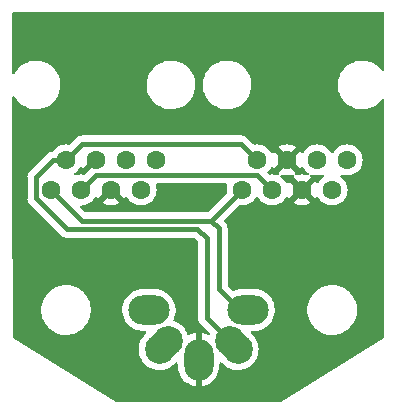
<source format=gbr>
%TF.GenerationSoftware,KiCad,Pcbnew,(6.0.11)*%
%TF.CreationDate,2024-01-24T22:10:28+00:00*%
%TF.ProjectId,Econet_RJ45_Mini,45636f6e-6574-45f5-924a-34355f4d696e,rev?*%
%TF.SameCoordinates,Original*%
%TF.FileFunction,Copper,L1,Top*%
%TF.FilePolarity,Positive*%
%FSLAX46Y46*%
G04 Gerber Fmt 4.6, Leading zero omitted, Abs format (unit mm)*
G04 Created by KiCad (PCBNEW (6.0.11)) date 2024-01-24 22:10:28*
%MOMM*%
%LPD*%
G01*
G04 APERTURE LIST*
G04 Aperture macros list*
%AMHorizOval*
0 Thick line with rounded ends*
0 $1 width*
0 $2 $3 position (X,Y) of the first rounded end (center of the circle)*
0 $4 $5 position (X,Y) of the second rounded end (center of the circle)*
0 Add line between two ends*
20,1,$1,$2,$3,$4,$5,0*
0 Add two circle primitives to create the rounded ends*
1,1,$1,$2,$3*
1,1,$1,$4,$5*%
G04 Aperture macros list end*
%TA.AperFunction,ComponentPad*%
%ADD10C,1.600000*%
%TD*%
%TA.AperFunction,ComponentPad*%
%ADD11O,3.500000X2.500000*%
%TD*%
%TA.AperFunction,ComponentPad*%
%ADD12O,2.500000X3.500000*%
%TD*%
%TA.AperFunction,ComponentPad*%
%ADD13HorizOval,2.500000X0.353553X-0.353553X-0.353553X0.353553X0*%
%TD*%
%TA.AperFunction,ComponentPad*%
%ADD14HorizOval,2.500000X-0.353553X-0.353553X0.353553X0.353553X0*%
%TD*%
%TA.AperFunction,ViaPad*%
%ADD15C,0.800000*%
%TD*%
%TA.AperFunction,Conductor*%
%ADD16C,0.400000*%
%TD*%
G04 APERTURE END LIST*
D10*
%TO.P,J2,1*%
%TO.N,/CLK-*%
X178529820Y-53655338D03*
%TO.P,J2,2*%
%TO.N,/CLK+*%
X177259823Y-56195331D03*
%TO.P,J2,3*%
%TO.N,/VSENSE*%
X175989819Y-53655338D03*
%TO.P,J2,4*%
%TO.N,/GND*%
X174719822Y-56195331D03*
%TO.P,J2,5*%
X173449818Y-53655338D03*
%TO.P,J2,6*%
%TO.N,/VTERM*%
X172179821Y-56195331D03*
%TO.P,J2,7*%
%TO.N,/DATA-*%
X170909817Y-53655338D03*
%TO.P,J2,8*%
%TO.N,/DATA+*%
X169639816Y-56195331D03*
%TD*%
%TO.P,J1,1*%
%TO.N,/CLK-*%
X162349820Y-53655338D03*
%TO.P,J1,2*%
%TO.N,/CLK+*%
X161079823Y-56195331D03*
%TO.P,J1,3*%
%TO.N,/VSENSE*%
X159809819Y-53655338D03*
%TO.P,J1,4*%
%TO.N,/GND*%
X158539822Y-56195331D03*
%TO.P,J1,5*%
X157269818Y-53655338D03*
%TO.P,J1,6*%
%TO.N,/VTERM*%
X155999821Y-56195331D03*
%TO.P,J1,7*%
%TO.N,/DATA-*%
X154729817Y-53655338D03*
%TO.P,J1,8*%
%TO.N,/DATA+*%
X153459816Y-56195331D03*
%TD*%
D11*
%TO.P,J3,1*%
%TO.N,/DATA+*%
X170150000Y-66360000D03*
D12*
%TO.P,J3,2*%
%TO.N,/GND*%
X165950000Y-70560000D03*
D11*
%TO.P,J3,3*%
%TO.N,/CLK-*%
X161750000Y-66360000D03*
D13*
%TO.P,J3,4*%
%TO.N,/DATA-*%
X168914975Y-69324975D03*
D14*
%TO.P,J3,5*%
%TO.N,/CLK+*%
X162985025Y-69324975D03*
%TD*%
D15*
%TO.N,/GND*%
X165940000Y-57600000D03*
X163610000Y-71870000D03*
X157250000Y-50970000D03*
X173470000Y-50860000D03*
X173440000Y-57630000D03*
X168240000Y-71870000D03*
X159790000Y-57580000D03*
%TD*%
D16*
%TO.N,/VTERM*%
X155999821Y-56195331D02*
X157265152Y-54930000D01*
X157265152Y-54930000D02*
X170914490Y-54930000D01*
X170914490Y-54930000D02*
X172179821Y-56195331D01*
%TO.N,/DATA-*%
X152180000Y-56910000D02*
X154800000Y-59530000D01*
X153598447Y-53655338D02*
X152180000Y-55073785D01*
X154729817Y-53655338D02*
X153598447Y-53655338D01*
X156095155Y-52290000D02*
X169544479Y-52290000D01*
X152180000Y-55073785D02*
X152180000Y-56910000D01*
X169544479Y-52290000D02*
X170909817Y-53655338D01*
X165860000Y-59530000D02*
X166630000Y-60300000D01*
X154729817Y-53655338D02*
X156095155Y-52290000D01*
X154800000Y-59530000D02*
X165860000Y-59530000D01*
X166630000Y-67040000D02*
X168420000Y-68830000D01*
X166630000Y-60300000D02*
X166630000Y-67040000D01*
%TO.N,/DATA+*%
X169450000Y-66360000D02*
X167695147Y-64605147D01*
X153459816Y-56195331D02*
X156064485Y-58800000D01*
X167695147Y-59460000D02*
X167035147Y-58800000D01*
X156064485Y-58800000D02*
X167035147Y-58800000D01*
X167695147Y-64605147D02*
X167695147Y-59460000D01*
X167035147Y-58800000D02*
X169639816Y-56195331D01*
%TD*%
%TA.AperFunction,Conductor*%
%TO.N,/GND*%
G36*
X181623621Y-41138502D02*
G01*
X181670114Y-41192158D01*
X181681500Y-41244500D01*
X181681500Y-46001725D01*
X181661498Y-46069846D01*
X181607842Y-46116339D01*
X181537568Y-46126443D01*
X181472988Y-46096949D01*
X181451042Y-46072184D01*
X181428359Y-46038556D01*
X181428356Y-46038552D01*
X181425897Y-46034906D01*
X181233262Y-45820963D01*
X181012727Y-45635912D01*
X180768583Y-45483354D01*
X180505584Y-45366259D01*
X180228847Y-45286906D01*
X180224500Y-45286295D01*
X180224495Y-45286294D01*
X180057379Y-45262808D01*
X179943760Y-45246840D01*
X179727926Y-45246840D01*
X179725740Y-45246993D01*
X179725736Y-45246993D01*
X179517014Y-45261588D01*
X179517009Y-45261589D01*
X179512629Y-45261895D01*
X179231031Y-45321751D01*
X179226902Y-45323254D01*
X179226898Y-45323255D01*
X178964649Y-45418705D01*
X178964645Y-45418707D01*
X178960504Y-45420214D01*
X178706313Y-45555370D01*
X178702754Y-45557956D01*
X178702752Y-45557957D01*
X178595457Y-45635912D01*
X178473406Y-45724587D01*
X178470242Y-45727643D01*
X178470239Y-45727645D01*
X178269479Y-45921517D01*
X178269476Y-45921521D01*
X178266317Y-45924571D01*
X178263611Y-45928035D01*
X178263607Y-45928039D01*
X178150989Y-46072184D01*
X178089075Y-46151430D01*
X178035664Y-46243941D01*
X177963452Y-46369015D01*
X177945130Y-46400749D01*
X177943480Y-46404833D01*
X177943477Y-46404839D01*
X177893567Y-46528371D01*
X177837285Y-46667675D01*
X177767639Y-46947012D01*
X177767180Y-46951382D01*
X177767179Y-46951386D01*
X177738005Y-47228955D01*
X177737546Y-47233324D01*
X177737699Y-47237712D01*
X177737699Y-47237718D01*
X177742576Y-47377356D01*
X177747593Y-47521037D01*
X177797585Y-47804552D01*
X177886547Y-48078351D01*
X177888475Y-48082304D01*
X177888477Y-48082309D01*
X177945015Y-48198227D01*
X178012749Y-48337103D01*
X178015204Y-48340742D01*
X178015207Y-48340748D01*
X178171275Y-48572128D01*
X178171280Y-48572135D01*
X178173735Y-48575774D01*
X178366370Y-48789717D01*
X178586905Y-48974768D01*
X178831049Y-49127326D01*
X179094048Y-49244421D01*
X179370785Y-49323774D01*
X179375132Y-49324385D01*
X179375137Y-49324386D01*
X179513328Y-49343807D01*
X179655872Y-49363840D01*
X179871706Y-49363840D01*
X179873892Y-49363687D01*
X179873896Y-49363687D01*
X180082618Y-49349092D01*
X180082623Y-49349091D01*
X180087003Y-49348785D01*
X180368601Y-49288929D01*
X180372730Y-49287426D01*
X180372734Y-49287425D01*
X180634983Y-49191975D01*
X180634987Y-49191973D01*
X180639128Y-49190466D01*
X180893319Y-49055310D01*
X181000966Y-48977100D01*
X181122663Y-48888682D01*
X181122666Y-48888680D01*
X181126226Y-48886093D01*
X181226026Y-48789717D01*
X181330153Y-48689163D01*
X181330156Y-48689159D01*
X181333315Y-48686109D01*
X181456212Y-48528808D01*
X181513912Y-48487444D01*
X181584817Y-48483841D01*
X181646414Y-48519144D01*
X181679147Y-48582145D01*
X181681500Y-48606383D01*
X181681500Y-68646155D01*
X181661498Y-68714276D01*
X181621721Y-68753350D01*
X172946043Y-74112696D01*
X172879823Y-74131500D01*
X159020177Y-74131500D01*
X158953957Y-74112696D01*
X150277284Y-68752735D01*
X150229842Y-68699917D01*
X150217505Y-68645894D01*
X150211437Y-66492703D01*
X152620560Y-66492703D01*
X152658085Y-66777734D01*
X152659218Y-66781874D01*
X152659218Y-66781876D01*
X152662852Y-66795159D01*
X152733946Y-67055036D01*
X152735630Y-67058984D01*
X152843084Y-67310904D01*
X152846740Y-67319476D01*
X152914987Y-67433509D01*
X152989743Y-67558416D01*
X152994378Y-67566161D01*
X153174130Y-67790528D01*
X153382668Y-67988423D01*
X153616134Y-68156186D01*
X153619929Y-68158195D01*
X153619930Y-68158196D01*
X153641686Y-68169715D01*
X153870209Y-68290712D01*
X154140190Y-68389511D01*
X154421081Y-68450755D01*
X154449658Y-68453004D01*
X154644099Y-68468307D01*
X154644108Y-68468307D01*
X154646556Y-68468500D01*
X154802088Y-68468500D01*
X154804224Y-68468354D01*
X154804235Y-68468354D01*
X155012365Y-68454165D01*
X155012371Y-68454164D01*
X155016642Y-68453873D01*
X155020837Y-68453004D01*
X155020839Y-68453004D01*
X155160812Y-68424017D01*
X155298159Y-68395574D01*
X155569160Y-68299607D01*
X155824629Y-68167750D01*
X155828130Y-68165289D01*
X155828134Y-68165287D01*
X155999734Y-68044684D01*
X156059840Y-68002441D01*
X156139083Y-67928804D01*
X156267296Y-67809661D01*
X156267298Y-67809658D01*
X156270439Y-67806740D01*
X156452530Y-67584268D01*
X156602744Y-67339142D01*
X156718300Y-67075898D01*
X156735541Y-67015375D01*
X156795885Y-66803534D01*
X156797061Y-66799406D01*
X156837568Y-66514784D01*
X156837599Y-66509020D01*
X156837816Y-66467655D01*
X159489858Y-66467655D01*
X159525104Y-66726638D01*
X159526412Y-66731124D01*
X159526412Y-66731126D01*
X159539997Y-66777734D01*
X159598243Y-66977567D01*
X159707668Y-67214928D01*
X159710231Y-67218837D01*
X159848410Y-67429596D01*
X159848414Y-67429601D01*
X159850976Y-67433509D01*
X160025018Y-67628506D01*
X160225970Y-67795637D01*
X160229973Y-67798066D01*
X160445422Y-67928804D01*
X160445426Y-67928806D01*
X160449419Y-67931229D01*
X160690455Y-68032303D01*
X160943783Y-68096641D01*
X160948434Y-68097109D01*
X160948438Y-68097110D01*
X161141308Y-68116531D01*
X161160867Y-68118500D01*
X161400415Y-68118500D01*
X161468536Y-68138502D01*
X161515029Y-68192158D01*
X161525133Y-68262432D01*
X161495639Y-68327012D01*
X161489510Y-68333595D01*
X161341105Y-68482000D01*
X161339595Y-68483753D01*
X161339588Y-68483760D01*
X161299837Y-68529894D01*
X161213926Y-68629599D01*
X161074455Y-68850647D01*
X160969188Y-69089883D01*
X160900440Y-69342049D01*
X160899892Y-69346681D01*
X160899891Y-69346685D01*
X160892185Y-69411793D01*
X160869719Y-69601608D01*
X160877702Y-69862857D01*
X160924210Y-70120056D01*
X160925713Y-70124483D01*
X161006721Y-70363126D01*
X161006724Y-70363132D01*
X161008225Y-70367555D01*
X161127900Y-70599918D01*
X161280605Y-70812040D01*
X161462987Y-70999260D01*
X161466714Y-71002094D01*
X161466715Y-71002095D01*
X161667322Y-71154640D01*
X161667326Y-71154643D01*
X161671039Y-71157466D01*
X161715941Y-71182100D01*
X161855118Y-71258455D01*
X161900189Y-71283182D01*
X162145404Y-71373647D01*
X162401298Y-71426873D01*
X162531773Y-71434282D01*
X162657572Y-71441425D01*
X162657579Y-71441425D01*
X162662248Y-71441690D01*
X162844193Y-71424972D01*
X162917866Y-71418203D01*
X162917868Y-71418203D01*
X162922522Y-71417775D01*
X163176402Y-71355651D01*
X163418311Y-71256683D01*
X163642935Y-71123047D01*
X163811893Y-70985002D01*
X163976905Y-70819990D01*
X164039217Y-70785964D01*
X164110032Y-70791029D01*
X164166868Y-70833576D01*
X164191679Y-70900096D01*
X164192000Y-70909085D01*
X164192000Y-71123998D01*
X164192173Y-71128673D01*
X164206088Y-71315926D01*
X164207464Y-71325132D01*
X164263071Y-71570874D01*
X164265795Y-71579785D01*
X164357112Y-71814608D01*
X164361123Y-71823017D01*
X164486146Y-72041760D01*
X164491357Y-72049486D01*
X164647341Y-72247350D01*
X164653634Y-72254218D01*
X164837144Y-72426848D01*
X164844398Y-72432722D01*
X165051403Y-72576327D01*
X165059438Y-72581060D01*
X165285407Y-72692495D01*
X165294040Y-72695983D01*
X165533994Y-72772793D01*
X165543076Y-72774973D01*
X165678120Y-72796967D01*
X165691714Y-72795271D01*
X165696000Y-72781161D01*
X165696000Y-68338394D01*
X165691982Y-68324710D01*
X165678290Y-68322689D01*
X165588096Y-68334964D01*
X165578978Y-68336902D01*
X165337098Y-68407404D01*
X165328362Y-68410670D01*
X165176157Y-68480837D01*
X165105920Y-68491192D01*
X165041234Y-68461929D01*
X165004093Y-68406912D01*
X164998497Y-68390425D01*
X164961825Y-68282394D01*
X164842150Y-68050032D01*
X164797798Y-67988423D01*
X164692176Y-67841703D01*
X164692173Y-67841699D01*
X164689445Y-67837910D01*
X164507063Y-67650690D01*
X164299012Y-67492484D01*
X164069861Y-67366768D01*
X163951665Y-67323163D01*
X163900327Y-67304223D01*
X163843340Y-67261879D01*
X163818292Y-67195448D01*
X163830932Y-67130283D01*
X163882960Y-67024781D01*
X163882961Y-67024778D01*
X163885025Y-67020593D01*
X163964707Y-66771665D01*
X164006721Y-66513693D01*
X164010142Y-66252345D01*
X163974896Y-65993362D01*
X163960473Y-65943877D01*
X163941782Y-65879752D01*
X163901757Y-65742433D01*
X163792332Y-65505072D01*
X163743075Y-65429942D01*
X163651590Y-65290404D01*
X163651586Y-65290399D01*
X163649024Y-65286491D01*
X163474982Y-65091494D01*
X163274030Y-64924363D01*
X163226844Y-64895730D01*
X163054578Y-64791196D01*
X163054574Y-64791194D01*
X163050581Y-64788771D01*
X162809545Y-64687697D01*
X162556217Y-64623359D01*
X162551566Y-64622891D01*
X162551562Y-64622890D01*
X162342271Y-64601816D01*
X162339133Y-64601500D01*
X161183646Y-64601500D01*
X161181321Y-64601673D01*
X161181315Y-64601673D01*
X160994000Y-64615593D01*
X160993996Y-64615594D01*
X160989348Y-64615939D01*
X160984800Y-64616968D01*
X160984794Y-64616969D01*
X160798399Y-64659147D01*
X160734423Y-64673623D01*
X160730071Y-64675315D01*
X160730069Y-64675316D01*
X160495176Y-64766660D01*
X160495173Y-64766661D01*
X160490823Y-64768353D01*
X160263902Y-64898049D01*
X160058643Y-65059862D01*
X159879557Y-65250237D01*
X159786212Y-65384792D01*
X159734430Y-65459436D01*
X159730576Y-65464991D01*
X159728510Y-65469181D01*
X159728508Y-65469184D01*
X159640213Y-65648230D01*
X159614975Y-65699407D01*
X159613553Y-65703850D01*
X159613552Y-65703852D01*
X159559801Y-65871771D01*
X159535293Y-65948335D01*
X159493279Y-66206307D01*
X159489858Y-66467655D01*
X156837816Y-66467655D01*
X156839052Y-66231583D01*
X156839052Y-66231576D01*
X156839074Y-66227297D01*
X156801549Y-65942266D01*
X156725688Y-65664964D01*
X156657488Y-65505072D01*
X156614580Y-65404476D01*
X156614578Y-65404472D01*
X156612894Y-65400524D01*
X156525251Y-65254084D01*
X156467460Y-65157521D01*
X156467457Y-65157517D01*
X156465256Y-65153839D01*
X156285504Y-64929472D01*
X156135330Y-64786962D01*
X156080075Y-64734527D01*
X156080072Y-64734525D01*
X156076966Y-64731577D01*
X155843500Y-64563814D01*
X155821660Y-64552250D01*
X155798471Y-64539972D01*
X155589425Y-64429288D01*
X155454435Y-64379889D01*
X155323475Y-64331964D01*
X155323473Y-64331963D01*
X155319444Y-64330489D01*
X155038553Y-64269245D01*
X155007502Y-64266801D01*
X154815535Y-64251693D01*
X154815526Y-64251693D01*
X154813078Y-64251500D01*
X154657546Y-64251500D01*
X154655410Y-64251646D01*
X154655399Y-64251646D01*
X154447269Y-64265835D01*
X154447263Y-64265836D01*
X154442992Y-64266127D01*
X154438797Y-64266996D01*
X154438795Y-64266996D01*
X154302233Y-64295277D01*
X154161475Y-64324426D01*
X153890474Y-64420393D01*
X153635005Y-64552250D01*
X153631504Y-64554711D01*
X153631500Y-64554713D01*
X153544877Y-64615593D01*
X153399794Y-64717559D01*
X153384709Y-64731577D01*
X153202452Y-64900941D01*
X153189195Y-64913260D01*
X153007104Y-65135732D01*
X152856890Y-65380858D01*
X152741334Y-65644102D01*
X152662573Y-65920594D01*
X152622066Y-66205216D01*
X152622044Y-66209505D01*
X152622043Y-66209512D01*
X152620582Y-66488417D01*
X152620560Y-66492703D01*
X150211437Y-66492703D01*
X150186168Y-57525313D01*
X150184539Y-56947352D01*
X151467275Y-56947352D01*
X151468580Y-56954829D01*
X151468580Y-56954830D01*
X151478261Y-57010299D01*
X151479223Y-57016821D01*
X151486898Y-57080242D01*
X151489581Y-57087343D01*
X151490222Y-57089952D01*
X151494685Y-57106262D01*
X151495450Y-57108798D01*
X151496757Y-57116284D01*
X151499811Y-57123241D01*
X151522442Y-57174795D01*
X151524933Y-57180899D01*
X151547513Y-57240656D01*
X151551817Y-57246919D01*
X151553054Y-57249285D01*
X151561299Y-57264097D01*
X151562632Y-57266351D01*
X151565685Y-57273305D01*
X151580662Y-57292822D01*
X151604579Y-57323991D01*
X151608459Y-57329332D01*
X151640339Y-57375720D01*
X151640344Y-57375725D01*
X151644643Y-57381981D01*
X151650313Y-57387032D01*
X151650314Y-57387034D01*
X151691170Y-57423435D01*
X151696446Y-57428416D01*
X154278550Y-60010520D01*
X154284404Y-60016785D01*
X154322439Y-60060385D01*
X154328657Y-60064755D01*
X154374697Y-60097112D01*
X154379993Y-60101045D01*
X154430282Y-60140477D01*
X154437204Y-60143602D01*
X154439452Y-60144964D01*
X154454185Y-60153368D01*
X154456524Y-60154622D01*
X154462739Y-60158990D01*
X154469815Y-60161749D01*
X154469819Y-60161751D01*
X154522274Y-60182202D01*
X154528352Y-60184757D01*
X154586574Y-60211045D01*
X154594045Y-60212429D01*
X154596599Y-60213230D01*
X154612878Y-60217867D01*
X154615433Y-60218523D01*
X154622509Y-60221282D01*
X154650962Y-60225028D01*
X154685851Y-60229621D01*
X154692367Y-60230653D01*
X154734706Y-60238500D01*
X154755187Y-60242296D01*
X154762767Y-60241859D01*
X154762768Y-60241859D01*
X154817398Y-60238709D01*
X154824651Y-60238500D01*
X165514339Y-60238500D01*
X165582460Y-60258502D01*
X165603435Y-60275405D01*
X165884596Y-60556567D01*
X165918621Y-60618879D01*
X165921500Y-60645662D01*
X165921500Y-67011088D01*
X165921208Y-67019658D01*
X165917275Y-67077352D01*
X165918580Y-67084829D01*
X165918580Y-67084830D01*
X165928261Y-67140299D01*
X165929223Y-67146821D01*
X165936898Y-67210242D01*
X165939581Y-67217343D01*
X165940222Y-67219952D01*
X165944685Y-67236262D01*
X165945450Y-67238798D01*
X165946757Y-67246284D01*
X165949811Y-67253241D01*
X165972442Y-67304795D01*
X165974933Y-67310899D01*
X165997513Y-67370656D01*
X166001817Y-67376919D01*
X166003054Y-67379285D01*
X166011299Y-67394097D01*
X166012632Y-67396351D01*
X166015685Y-67403305D01*
X166041542Y-67437001D01*
X166054579Y-67453991D01*
X166058459Y-67459332D01*
X166090339Y-67505720D01*
X166090344Y-67505725D01*
X166094643Y-67511981D01*
X166100313Y-67517032D01*
X166100314Y-67517034D01*
X166141170Y-67553435D01*
X166146446Y-67558416D01*
X166865077Y-68277047D01*
X166899103Y-68339359D01*
X166894157Y-68409853D01*
X166894012Y-68410247D01*
X166851619Y-68467197D01*
X166785166Y-68492188D01*
X166720109Y-68479540D01*
X166614593Y-68427505D01*
X166605960Y-68424017D01*
X166366006Y-68347207D01*
X166356924Y-68345027D01*
X166221880Y-68323033D01*
X166208286Y-68324729D01*
X166204000Y-68338839D01*
X166204000Y-72781606D01*
X166208018Y-72795290D01*
X166221710Y-72797311D01*
X166311904Y-72785036D01*
X166321022Y-72783098D01*
X166562902Y-72712596D01*
X166571633Y-72709333D01*
X166800442Y-72603849D01*
X166808594Y-72599330D01*
X167019291Y-72461192D01*
X167026696Y-72455509D01*
X167214654Y-72287751D01*
X167221139Y-72281035D01*
X167382239Y-72087334D01*
X167387654Y-72079742D01*
X167518354Y-71864354D01*
X167522592Y-71856037D01*
X167620019Y-71623701D01*
X167622980Y-71614851D01*
X167684994Y-71370669D01*
X167686616Y-71361472D01*
X167707684Y-71152247D01*
X167708000Y-71145955D01*
X167708000Y-70909085D01*
X167728002Y-70840964D01*
X167781658Y-70794471D01*
X167851932Y-70784367D01*
X167916512Y-70813861D01*
X167923095Y-70819990D01*
X168072000Y-70968895D01*
X168219600Y-71096074D01*
X168440647Y-71235545D01*
X168444925Y-71237428D01*
X168444930Y-71237430D01*
X168552589Y-71284801D01*
X168679883Y-71340812D01*
X168932049Y-71409560D01*
X168936681Y-71410108D01*
X168936685Y-71410109D01*
X169061828Y-71424920D01*
X169191608Y-71440281D01*
X169397498Y-71433990D01*
X169448179Y-71432442D01*
X169448180Y-71432442D01*
X169452857Y-71432299D01*
X169578606Y-71409560D01*
X169705458Y-71386622D01*
X169705465Y-71386620D01*
X169710056Y-71385790D01*
X169915869Y-71315926D01*
X169953126Y-71303279D01*
X169953129Y-71303278D01*
X169957556Y-71301775D01*
X170189918Y-71182100D01*
X170193716Y-71179366D01*
X170398247Y-71032126D01*
X170398251Y-71032123D01*
X170402040Y-71029395D01*
X170589260Y-70847013D01*
X170747466Y-70638962D01*
X170873182Y-70409811D01*
X170963647Y-70164596D01*
X171016873Y-69908702D01*
X171025415Y-69758261D01*
X171031425Y-69652428D01*
X171031425Y-69652421D01*
X171031690Y-69647752D01*
X171010009Y-69411793D01*
X171008203Y-69392134D01*
X171008203Y-69392132D01*
X171007775Y-69387478D01*
X170945651Y-69133598D01*
X170926013Y-69085597D01*
X170848453Y-68896014D01*
X170848450Y-68896007D01*
X170846683Y-68891689D01*
X170764381Y-68753351D01*
X170715439Y-68671086D01*
X170715437Y-68671083D01*
X170713047Y-68667066D01*
X170575002Y-68498107D01*
X170410490Y-68333595D01*
X170376464Y-68271283D01*
X170381529Y-68200468D01*
X170424076Y-68143632D01*
X170490596Y-68118821D01*
X170499585Y-68118500D01*
X170716354Y-68118500D01*
X170718679Y-68118327D01*
X170718685Y-68118327D01*
X170906000Y-68104407D01*
X170906004Y-68104406D01*
X170910652Y-68104061D01*
X170915200Y-68103032D01*
X170915206Y-68103031D01*
X171149424Y-68050032D01*
X171165577Y-68046377D01*
X171201769Y-68032303D01*
X171404824Y-67953340D01*
X171404827Y-67953339D01*
X171409177Y-67951647D01*
X171636098Y-67821951D01*
X171841357Y-67660138D01*
X172020443Y-67469763D01*
X172169424Y-67255009D01*
X172178669Y-67236262D01*
X172282960Y-67024781D01*
X172282961Y-67024778D01*
X172285025Y-67020593D01*
X172364707Y-66771665D01*
X172406721Y-66513693D01*
X172406996Y-66492703D01*
X175150566Y-66492703D01*
X175188091Y-66777734D01*
X175189224Y-66781874D01*
X175189224Y-66781876D01*
X175192858Y-66795159D01*
X175263952Y-67055036D01*
X175265636Y-67058984D01*
X175373090Y-67310904D01*
X175376746Y-67319476D01*
X175444993Y-67433509D01*
X175519749Y-67558416D01*
X175524384Y-67566161D01*
X175704136Y-67790528D01*
X175912674Y-67988423D01*
X176146140Y-68156186D01*
X176149935Y-68158195D01*
X176149936Y-68158196D01*
X176171692Y-68169715D01*
X176400215Y-68290712D01*
X176670196Y-68389511D01*
X176951087Y-68450755D01*
X176979664Y-68453004D01*
X177174105Y-68468307D01*
X177174114Y-68468307D01*
X177176562Y-68468500D01*
X177332094Y-68468500D01*
X177334230Y-68468354D01*
X177334241Y-68468354D01*
X177542371Y-68454165D01*
X177542377Y-68454164D01*
X177546648Y-68453873D01*
X177550843Y-68453004D01*
X177550845Y-68453004D01*
X177690818Y-68424017D01*
X177828165Y-68395574D01*
X178099166Y-68299607D01*
X178354635Y-68167750D01*
X178358136Y-68165289D01*
X178358140Y-68165287D01*
X178529740Y-68044684D01*
X178589846Y-68002441D01*
X178669089Y-67928804D01*
X178797302Y-67809661D01*
X178797304Y-67809658D01*
X178800445Y-67806740D01*
X178982536Y-67584268D01*
X179132750Y-67339142D01*
X179248306Y-67075898D01*
X179265547Y-67015375D01*
X179325891Y-66803534D01*
X179327067Y-66799406D01*
X179367574Y-66514784D01*
X179367605Y-66509020D01*
X179369058Y-66231583D01*
X179369058Y-66231576D01*
X179369080Y-66227297D01*
X179331555Y-65942266D01*
X179255694Y-65664964D01*
X179187494Y-65505072D01*
X179144586Y-65404476D01*
X179144584Y-65404472D01*
X179142900Y-65400524D01*
X179055257Y-65254084D01*
X178997466Y-65157521D01*
X178997463Y-65157517D01*
X178995262Y-65153839D01*
X178815510Y-64929472D01*
X178665336Y-64786962D01*
X178610081Y-64734527D01*
X178610078Y-64734525D01*
X178606972Y-64731577D01*
X178373506Y-64563814D01*
X178351666Y-64552250D01*
X178328477Y-64539972D01*
X178119431Y-64429288D01*
X177984441Y-64379889D01*
X177853481Y-64331964D01*
X177853479Y-64331963D01*
X177849450Y-64330489D01*
X177568559Y-64269245D01*
X177537508Y-64266801D01*
X177345541Y-64251693D01*
X177345532Y-64251693D01*
X177343084Y-64251500D01*
X177187552Y-64251500D01*
X177185416Y-64251646D01*
X177185405Y-64251646D01*
X176977275Y-64265835D01*
X176977269Y-64265836D01*
X176972998Y-64266127D01*
X176968803Y-64266996D01*
X176968801Y-64266996D01*
X176832239Y-64295277D01*
X176691481Y-64324426D01*
X176420480Y-64420393D01*
X176165011Y-64552250D01*
X176161510Y-64554711D01*
X176161506Y-64554713D01*
X176074883Y-64615593D01*
X175929800Y-64717559D01*
X175914715Y-64731577D01*
X175732458Y-64900941D01*
X175719201Y-64913260D01*
X175537110Y-65135732D01*
X175386896Y-65380858D01*
X175271340Y-65644102D01*
X175192579Y-65920594D01*
X175152072Y-66205216D01*
X175152050Y-66209505D01*
X175152049Y-66209512D01*
X175150588Y-66488417D01*
X175150566Y-66492703D01*
X172406996Y-66492703D01*
X172410142Y-66252345D01*
X172374896Y-65993362D01*
X172360473Y-65943877D01*
X172341782Y-65879752D01*
X172301757Y-65742433D01*
X172192332Y-65505072D01*
X172143075Y-65429942D01*
X172051590Y-65290404D01*
X172051586Y-65290399D01*
X172049024Y-65286491D01*
X171874982Y-65091494D01*
X171674030Y-64924363D01*
X171626844Y-64895730D01*
X171454578Y-64791196D01*
X171454574Y-64791194D01*
X171450581Y-64788771D01*
X171209545Y-64687697D01*
X170956217Y-64623359D01*
X170951566Y-64622891D01*
X170951562Y-64622890D01*
X170742271Y-64601816D01*
X170739133Y-64601500D01*
X169583646Y-64601500D01*
X169581321Y-64601673D01*
X169581315Y-64601673D01*
X169394000Y-64615593D01*
X169393996Y-64615594D01*
X169389348Y-64615939D01*
X169384800Y-64616968D01*
X169384794Y-64616969D01*
X169198399Y-64659147D01*
X169134423Y-64673623D01*
X169130071Y-64675315D01*
X169130069Y-64675316D01*
X169057662Y-64703473D01*
X168945488Y-64747095D01*
X168874750Y-64753142D01*
X168810727Y-64718757D01*
X168440552Y-64348582D01*
X168406526Y-64286270D01*
X168403647Y-64259487D01*
X168403647Y-59488912D01*
X168403939Y-59480342D01*
X168407356Y-59430224D01*
X168407356Y-59430220D01*
X168407872Y-59422648D01*
X168396885Y-59359697D01*
X168395923Y-59353175D01*
X168389161Y-59297298D01*
X168388249Y-59289758D01*
X168385566Y-59282657D01*
X168384925Y-59280048D01*
X168380462Y-59263738D01*
X168379697Y-59261202D01*
X168378390Y-59253716D01*
X168352703Y-59195200D01*
X168350212Y-59189096D01*
X168330320Y-59136452D01*
X168330319Y-59136451D01*
X168327634Y-59129344D01*
X168323330Y-59123081D01*
X168322093Y-59120715D01*
X168313848Y-59105903D01*
X168312515Y-59103649D01*
X168309462Y-59096695D01*
X168270560Y-59045998D01*
X168266688Y-59040668D01*
X168234808Y-58994280D01*
X168234803Y-58994275D01*
X168230504Y-58988019D01*
X168183976Y-58946564D01*
X168178701Y-58941584D01*
X168126212Y-58889095D01*
X168092186Y-58826783D01*
X168097251Y-58755968D01*
X168126212Y-58710905D01*
X169311805Y-57525313D01*
X169374117Y-57491287D01*
X169411879Y-57488887D01*
X169639816Y-57508829D01*
X169867903Y-57488874D01*
X169873216Y-57487450D01*
X169873218Y-57487450D01*
X170083749Y-57431038D01*
X170083751Y-57431037D01*
X170089059Y-57429615D01*
X170102312Y-57423435D01*
X170291578Y-57335180D01*
X170291583Y-57335177D01*
X170296565Y-57332854D01*
X170438388Y-57233548D01*
X170479605Y-57204688D01*
X170479608Y-57204686D01*
X170484116Y-57201529D01*
X170646014Y-57039631D01*
X170664286Y-57013537D01*
X170738504Y-56907542D01*
X170777339Y-56852080D01*
X170779664Y-56847094D01*
X170779668Y-56847087D01*
X170795625Y-56812868D01*
X170842543Y-56759583D01*
X170910820Y-56740123D01*
X170978780Y-56760666D01*
X171024014Y-56812870D01*
X171039970Y-56847089D01*
X171039974Y-56847095D01*
X171042298Y-56852080D01*
X171081133Y-56907542D01*
X171155352Y-57013537D01*
X171173623Y-57039631D01*
X171335521Y-57201529D01*
X171340029Y-57204686D01*
X171340032Y-57204688D01*
X171381249Y-57233548D01*
X171523072Y-57332854D01*
X171528054Y-57335177D01*
X171528059Y-57335180D01*
X171717325Y-57423435D01*
X171730578Y-57429615D01*
X171735886Y-57431037D01*
X171735888Y-57431038D01*
X171946419Y-57487450D01*
X171946421Y-57487450D01*
X171951734Y-57488874D01*
X172179821Y-57508829D01*
X172407908Y-57488874D01*
X172413221Y-57487450D01*
X172413223Y-57487450D01*
X172623754Y-57431038D01*
X172623756Y-57431037D01*
X172629064Y-57429615D01*
X172642317Y-57423435D01*
X172831583Y-57335180D01*
X172831588Y-57335177D01*
X172836570Y-57332854D01*
X172910064Y-57281393D01*
X173998315Y-57281393D01*
X174007611Y-57293408D01*
X174058816Y-57329262D01*
X174068311Y-57334745D01*
X174265769Y-57426821D01*
X174276061Y-57430567D01*
X174486510Y-57486956D01*
X174497303Y-57488859D01*
X174714347Y-57507848D01*
X174725297Y-57507848D01*
X174942341Y-57488859D01*
X174953134Y-57486956D01*
X175163583Y-57430567D01*
X175173875Y-57426821D01*
X175371333Y-57334745D01*
X175380828Y-57329262D01*
X175432870Y-57292822D01*
X175441246Y-57282343D01*
X175434178Y-57268897D01*
X174732634Y-56567353D01*
X174718690Y-56559739D01*
X174716857Y-56559870D01*
X174710242Y-56564121D01*
X174004745Y-57269618D01*
X173998315Y-57281393D01*
X172910064Y-57281393D01*
X172978393Y-57233548D01*
X173019610Y-57204688D01*
X173019613Y-57204686D01*
X173024121Y-57201529D01*
X173186019Y-57039631D01*
X173204291Y-57013537D01*
X173278509Y-56907542D01*
X173317344Y-56852080D01*
X173319668Y-56847095D01*
X173319672Y-56847089D01*
X173335902Y-56812282D01*
X173382818Y-56758997D01*
X173451095Y-56739535D01*
X173519055Y-56760076D01*
X173564291Y-56812280D01*
X173580405Y-56846836D01*
X173585891Y-56856337D01*
X173622331Y-56908379D01*
X173632810Y-56916755D01*
X173646256Y-56909687D01*
X174347800Y-56208143D01*
X174355414Y-56194199D01*
X174355283Y-56192366D01*
X174351032Y-56185751D01*
X173645535Y-55480254D01*
X173633760Y-55473824D01*
X173621745Y-55483120D01*
X173585891Y-55534325D01*
X173580405Y-55543826D01*
X173564291Y-55578382D01*
X173517374Y-55631667D01*
X173449096Y-55651127D01*
X173381136Y-55630585D01*
X173335902Y-55578380D01*
X173319672Y-55543573D01*
X173319668Y-55543567D01*
X173317344Y-55538582D01*
X173186019Y-55351031D01*
X173024121Y-55189133D01*
X173019611Y-55185975D01*
X173019605Y-55185970D01*
X172929975Y-55123211D01*
X172885646Y-55067754D01*
X172878337Y-54997135D01*
X172910367Y-54933775D01*
X172971569Y-54897789D01*
X173034856Y-54898291D01*
X173216505Y-54946963D01*
X173227299Y-54948866D01*
X173444343Y-54967855D01*
X173455293Y-54967855D01*
X173672337Y-54948866D01*
X173683130Y-54946963D01*
X173877885Y-54894779D01*
X173948861Y-54896469D01*
X174007657Y-54936263D01*
X174035605Y-55001527D01*
X174023832Y-55071541D01*
X174008919Y-55095156D01*
X173998398Y-55108319D01*
X174005466Y-55121765D01*
X174707010Y-55823309D01*
X174720954Y-55830923D01*
X174722787Y-55830792D01*
X174729402Y-55826541D01*
X175434899Y-55121044D01*
X175441329Y-55109269D01*
X175429625Y-55094140D01*
X175403762Y-55028022D01*
X175417752Y-54958417D01*
X175467151Y-54907425D01*
X175536277Y-54891235D01*
X175561891Y-54895333D01*
X175761732Y-54948881D01*
X175989819Y-54968836D01*
X176217906Y-54948881D01*
X176403596Y-54899125D01*
X176474572Y-54900815D01*
X176533368Y-54940609D01*
X176561316Y-55005873D01*
X176549543Y-55075887D01*
X176508478Y-55124045D01*
X176420034Y-55185974D01*
X176420031Y-55185976D01*
X176415523Y-55189133D01*
X176253625Y-55351031D01*
X176122300Y-55538582D01*
X176119976Y-55543567D01*
X176119972Y-55543573D01*
X176103742Y-55578380D01*
X176056826Y-55631665D01*
X175988549Y-55651127D01*
X175920589Y-55630586D01*
X175875353Y-55578382D01*
X175859239Y-55543826D01*
X175853753Y-55534325D01*
X175817313Y-55482283D01*
X175806834Y-55473907D01*
X175793388Y-55480975D01*
X175091844Y-56182519D01*
X175084230Y-56196463D01*
X175084361Y-56198296D01*
X175088612Y-56204911D01*
X175794109Y-56910408D01*
X175805884Y-56916838D01*
X175817899Y-56907542D01*
X175853753Y-56856337D01*
X175859239Y-56846836D01*
X175875353Y-56812280D01*
X175922270Y-56758995D01*
X175990548Y-56739535D01*
X176058508Y-56760077D01*
X176103742Y-56812282D01*
X176119972Y-56847089D01*
X176119976Y-56847095D01*
X176122300Y-56852080D01*
X176161135Y-56907542D01*
X176235354Y-57013537D01*
X176253625Y-57039631D01*
X176415523Y-57201529D01*
X176420031Y-57204686D01*
X176420034Y-57204688D01*
X176461251Y-57233548D01*
X176603074Y-57332854D01*
X176608056Y-57335177D01*
X176608061Y-57335180D01*
X176797327Y-57423435D01*
X176810580Y-57429615D01*
X176815888Y-57431037D01*
X176815890Y-57431038D01*
X177026421Y-57487450D01*
X177026423Y-57487450D01*
X177031736Y-57488874D01*
X177259823Y-57508829D01*
X177487910Y-57488874D01*
X177493223Y-57487450D01*
X177493225Y-57487450D01*
X177703756Y-57431038D01*
X177703758Y-57431037D01*
X177709066Y-57429615D01*
X177722319Y-57423435D01*
X177911585Y-57335180D01*
X177911590Y-57335177D01*
X177916572Y-57332854D01*
X178058395Y-57233548D01*
X178099612Y-57204688D01*
X178099615Y-57204686D01*
X178104123Y-57201529D01*
X178266021Y-57039631D01*
X178284293Y-57013537D01*
X178358511Y-56907542D01*
X178397346Y-56852080D01*
X178399669Y-56847098D01*
X178399672Y-56847093D01*
X178491784Y-56649556D01*
X178491784Y-56649555D01*
X178494107Y-56644574D01*
X178514799Y-56567353D01*
X178551942Y-56428733D01*
X178551942Y-56428731D01*
X178553366Y-56423418D01*
X178573321Y-56195331D01*
X178553366Y-55967244D01*
X178539950Y-55917175D01*
X178495530Y-55751398D01*
X178495529Y-55751396D01*
X178494107Y-55746088D01*
X178457386Y-55667339D01*
X178399672Y-55543569D01*
X178399669Y-55543564D01*
X178397346Y-55538582D01*
X178266021Y-55351031D01*
X178104123Y-55189133D01*
X178099615Y-55185976D01*
X178099612Y-55185974D01*
X178011173Y-55124048D01*
X177966845Y-55068590D01*
X177959536Y-54997971D01*
X177991567Y-54934611D01*
X178052769Y-54898626D01*
X178116054Y-54899128D01*
X178301733Y-54948881D01*
X178529820Y-54968836D01*
X178757907Y-54948881D01*
X178763220Y-54947457D01*
X178763222Y-54947457D01*
X178973753Y-54891045D01*
X178973755Y-54891044D01*
X178979063Y-54889622D01*
X178993663Y-54882814D01*
X179181582Y-54795187D01*
X179181587Y-54795184D01*
X179186569Y-54792861D01*
X179321913Y-54698092D01*
X179369609Y-54664695D01*
X179369612Y-54664693D01*
X179374120Y-54661536D01*
X179536018Y-54499638D01*
X179667343Y-54312087D01*
X179669666Y-54307105D01*
X179669669Y-54307100D01*
X179761781Y-54109563D01*
X179761781Y-54109562D01*
X179764104Y-54104581D01*
X179784796Y-54027360D01*
X179821939Y-53888740D01*
X179821940Y-53888737D01*
X179823363Y-53883425D01*
X179843318Y-53655338D01*
X179823363Y-53427251D01*
X179809947Y-53377181D01*
X179765527Y-53211405D01*
X179765526Y-53211403D01*
X179764104Y-53206095D01*
X179761781Y-53201113D01*
X179669669Y-53003576D01*
X179669666Y-53003571D01*
X179667343Y-52998589D01*
X179536018Y-52811038D01*
X179374120Y-52649140D01*
X179369612Y-52645983D01*
X179369609Y-52645981D01*
X179243740Y-52557847D01*
X179186569Y-52517815D01*
X179181587Y-52515492D01*
X179181582Y-52515489D01*
X178984045Y-52423377D01*
X178984044Y-52423377D01*
X178979063Y-52421054D01*
X178973755Y-52419632D01*
X178973753Y-52419631D01*
X178763222Y-52363219D01*
X178763220Y-52363219D01*
X178757907Y-52361795D01*
X178529820Y-52341840D01*
X178301733Y-52361795D01*
X178296420Y-52363219D01*
X178296418Y-52363219D01*
X178085887Y-52419631D01*
X178085885Y-52419632D01*
X178080577Y-52421054D01*
X178075596Y-52423377D01*
X178075595Y-52423377D01*
X177878058Y-52515489D01*
X177878053Y-52515492D01*
X177873071Y-52517815D01*
X177815900Y-52557847D01*
X177690031Y-52645981D01*
X177690028Y-52645983D01*
X177685520Y-52649140D01*
X177523622Y-52811038D01*
X177392297Y-52998589D01*
X177389973Y-53003574D01*
X177389969Y-53003580D01*
X177374015Y-53037795D01*
X177327099Y-53091080D01*
X177258822Y-53110542D01*
X177190862Y-53090001D01*
X177145626Y-53037797D01*
X177129671Y-53003582D01*
X177129667Y-53003575D01*
X177127342Y-52998589D01*
X176996017Y-52811038D01*
X176834119Y-52649140D01*
X176829611Y-52645983D01*
X176829608Y-52645981D01*
X176703739Y-52557847D01*
X176646568Y-52517815D01*
X176641586Y-52515492D01*
X176641581Y-52515489D01*
X176444044Y-52423377D01*
X176444043Y-52423377D01*
X176439062Y-52421054D01*
X176433754Y-52419632D01*
X176433752Y-52419631D01*
X176223221Y-52363219D01*
X176223219Y-52363219D01*
X176217906Y-52361795D01*
X175989819Y-52341840D01*
X175761732Y-52361795D01*
X175756419Y-52363219D01*
X175756417Y-52363219D01*
X175545886Y-52419631D01*
X175545884Y-52419632D01*
X175540576Y-52421054D01*
X175535595Y-52423377D01*
X175535594Y-52423377D01*
X175338057Y-52515489D01*
X175338052Y-52515492D01*
X175333070Y-52517815D01*
X175275899Y-52557847D01*
X175150030Y-52645981D01*
X175150027Y-52645983D01*
X175145519Y-52649140D01*
X174983621Y-52811038D01*
X174852296Y-52998589D01*
X174849972Y-53003574D01*
X174849968Y-53003580D01*
X174833738Y-53038387D01*
X174786822Y-53091672D01*
X174718545Y-53111134D01*
X174650585Y-53090593D01*
X174605349Y-53038389D01*
X174589235Y-53003833D01*
X174583749Y-52994332D01*
X174547309Y-52942290D01*
X174536830Y-52933914D01*
X174523384Y-52940982D01*
X173821840Y-53642526D01*
X173814226Y-53656470D01*
X173814357Y-53658303D01*
X173818608Y-53664918D01*
X174524105Y-54370415D01*
X174535880Y-54376845D01*
X174547895Y-54367549D01*
X174583749Y-54316344D01*
X174589235Y-54306843D01*
X174605349Y-54272287D01*
X174652266Y-54219002D01*
X174720544Y-54199542D01*
X174788504Y-54220084D01*
X174833738Y-54272289D01*
X174849968Y-54307096D01*
X174849972Y-54307102D01*
X174852296Y-54312087D01*
X174983621Y-54499638D01*
X175145519Y-54661536D01*
X175150029Y-54664694D01*
X175150035Y-54664699D01*
X175239665Y-54727458D01*
X175283994Y-54782915D01*
X175291303Y-54853534D01*
X175259273Y-54916894D01*
X175198071Y-54952880D01*
X175134784Y-54952378D01*
X174953135Y-54903706D01*
X174942341Y-54901803D01*
X174725297Y-54882814D01*
X174714347Y-54882814D01*
X174497303Y-54901803D01*
X174486510Y-54903706D01*
X174291755Y-54955890D01*
X174220779Y-54954200D01*
X174161983Y-54914406D01*
X174134035Y-54849142D01*
X174145808Y-54779128D01*
X174160721Y-54755513D01*
X174171242Y-54742350D01*
X174164174Y-54728904D01*
X173462630Y-54027360D01*
X173448686Y-54019746D01*
X173446853Y-54019877D01*
X173440238Y-54024128D01*
X172734741Y-54729625D01*
X172728311Y-54741400D01*
X172740015Y-54756529D01*
X172765878Y-54822647D01*
X172751888Y-54892252D01*
X172702489Y-54943244D01*
X172633363Y-54959434D01*
X172607749Y-54955336D01*
X172407908Y-54901788D01*
X172179821Y-54881833D01*
X171951885Y-54901775D01*
X171882281Y-54887786D01*
X171851809Y-54865349D01*
X171790152Y-54803692D01*
X171756126Y-54741380D01*
X171761191Y-54670565D01*
X171790151Y-54625502D01*
X171916015Y-54499638D01*
X172047340Y-54312087D01*
X172049664Y-54307102D01*
X172049668Y-54307096D01*
X172065898Y-54272289D01*
X172112814Y-54219004D01*
X172181091Y-54199542D01*
X172249051Y-54220083D01*
X172294287Y-54272287D01*
X172310401Y-54306843D01*
X172315887Y-54316344D01*
X172352327Y-54368386D01*
X172362806Y-54376762D01*
X172376252Y-54369694D01*
X173077796Y-53668150D01*
X173085410Y-53654206D01*
X173085279Y-53652373D01*
X173081028Y-53645758D01*
X172375531Y-52940261D01*
X172363756Y-52933831D01*
X172351741Y-52943127D01*
X172315887Y-52994332D01*
X172310401Y-53003833D01*
X172294287Y-53038389D01*
X172247370Y-53091674D01*
X172179092Y-53111134D01*
X172111132Y-53090592D01*
X172065898Y-53038387D01*
X172049668Y-53003580D01*
X172049664Y-53003574D01*
X172047340Y-52998589D01*
X171916015Y-52811038D01*
X171754117Y-52649140D01*
X171749609Y-52645983D01*
X171749606Y-52645981D01*
X171638703Y-52568326D01*
X172728394Y-52568326D01*
X172735462Y-52581772D01*
X173437006Y-53283316D01*
X173450950Y-53290930D01*
X173452783Y-53290799D01*
X173459398Y-53286548D01*
X174164895Y-52581051D01*
X174171325Y-52569276D01*
X174162029Y-52557261D01*
X174110824Y-52521407D01*
X174101329Y-52515924D01*
X173903871Y-52423848D01*
X173893579Y-52420102D01*
X173683130Y-52363713D01*
X173672337Y-52361810D01*
X173455293Y-52342821D01*
X173444343Y-52342821D01*
X173227299Y-52361810D01*
X173216506Y-52363713D01*
X173006057Y-52420102D01*
X172995765Y-52423848D01*
X172798307Y-52515924D01*
X172788812Y-52521407D01*
X172736770Y-52557847D01*
X172728394Y-52568326D01*
X171638703Y-52568326D01*
X171623737Y-52557847D01*
X171566566Y-52517815D01*
X171561584Y-52515492D01*
X171561579Y-52515489D01*
X171364042Y-52423377D01*
X171364041Y-52423377D01*
X171359060Y-52421054D01*
X171353752Y-52419632D01*
X171353750Y-52419631D01*
X171143219Y-52363219D01*
X171143217Y-52363219D01*
X171137904Y-52361795D01*
X170909817Y-52341840D01*
X170681882Y-52361782D01*
X170612278Y-52347793D01*
X170581806Y-52325356D01*
X170065914Y-51809464D01*
X170060060Y-51803198D01*
X170027035Y-51765340D01*
X170027032Y-51765337D01*
X170022040Y-51759615D01*
X169969759Y-51722871D01*
X169964465Y-51718939D01*
X169920172Y-51684209D01*
X169914197Y-51679524D01*
X169907281Y-51676401D01*
X169904995Y-51675017D01*
X169890314Y-51666643D01*
X169887954Y-51665378D01*
X169881740Y-51661010D01*
X169874661Y-51658250D01*
X169874659Y-51658249D01*
X169822204Y-51637798D01*
X169816135Y-51635247D01*
X169757906Y-51608955D01*
X169750439Y-51607571D01*
X169747884Y-51606770D01*
X169731631Y-51602141D01*
X169729051Y-51601478D01*
X169721970Y-51598718D01*
X169714439Y-51597727D01*
X169714437Y-51597726D01*
X169684818Y-51593827D01*
X169658618Y-51590378D01*
X169652120Y-51589348D01*
X169589293Y-51577704D01*
X169581713Y-51578141D01*
X169581712Y-51578141D01*
X169527087Y-51581291D01*
X169519833Y-51581500D01*
X156124082Y-51581500D01*
X156115513Y-51581208D01*
X156065380Y-51577790D01*
X156065376Y-51577790D01*
X156057803Y-51577274D01*
X155994836Y-51588264D01*
X155988324Y-51589224D01*
X155924913Y-51596898D01*
X155917812Y-51599581D01*
X155915203Y-51600222D01*
X155898883Y-51604687D01*
X155896350Y-51605452D01*
X155888872Y-51606757D01*
X155830345Y-51632448D01*
X155824263Y-51634930D01*
X155803908Y-51642622D01*
X155771604Y-51654828D01*
X155771602Y-51654829D01*
X155764499Y-51657513D01*
X155758240Y-51661814D01*
X155755875Y-51663051D01*
X155741103Y-51671273D01*
X155738811Y-51672628D01*
X155731850Y-51675684D01*
X155725823Y-51680309D01*
X155725819Y-51680311D01*
X155681142Y-51714593D01*
X155675817Y-51718462D01*
X155623174Y-51754643D01*
X155581707Y-51801185D01*
X155576751Y-51806433D01*
X155057828Y-52325356D01*
X154995516Y-52359382D01*
X154957754Y-52361782D01*
X154729817Y-52341840D01*
X154501730Y-52361795D01*
X154496417Y-52363219D01*
X154496415Y-52363219D01*
X154285884Y-52419631D01*
X154285882Y-52419632D01*
X154280574Y-52421054D01*
X154275593Y-52423377D01*
X154275592Y-52423377D01*
X154078055Y-52515489D01*
X154078050Y-52515492D01*
X154073068Y-52517815D01*
X154015897Y-52557847D01*
X153890028Y-52645981D01*
X153890025Y-52645983D01*
X153885517Y-52649140D01*
X153723619Y-52811038D01*
X153720462Y-52815546D01*
X153720460Y-52815549D01*
X153668755Y-52889392D01*
X153613298Y-52933720D01*
X153572135Y-52942948D01*
X153568671Y-52943129D01*
X153561095Y-52942613D01*
X153553618Y-52943918D01*
X153553616Y-52943918D01*
X153514317Y-52950777D01*
X153498144Y-52953600D01*
X153491626Y-52954561D01*
X153428205Y-52962236D01*
X153421104Y-52964919D01*
X153418495Y-52965560D01*
X153402185Y-52970023D01*
X153399649Y-52970788D01*
X153392163Y-52972095D01*
X153341507Y-52994332D01*
X153333652Y-52997780D01*
X153327548Y-53000271D01*
X153267791Y-53022851D01*
X153261528Y-53027155D01*
X153259162Y-53028392D01*
X153244350Y-53036637D01*
X153242096Y-53037970D01*
X153235142Y-53041023D01*
X153184445Y-53079925D01*
X153179115Y-53083797D01*
X153132727Y-53115677D01*
X153132722Y-53115682D01*
X153126466Y-53119981D01*
X153121415Y-53125651D01*
X153121413Y-53125652D01*
X153085012Y-53166508D01*
X153080031Y-53171784D01*
X151699480Y-54552335D01*
X151693215Y-54558189D01*
X151649615Y-54596224D01*
X151645248Y-54602438D01*
X151612872Y-54648504D01*
X151608939Y-54653799D01*
X151569524Y-54704067D01*
X151566401Y-54710983D01*
X151565017Y-54713269D01*
X151556643Y-54727950D01*
X151555378Y-54730310D01*
X151551010Y-54736524D01*
X151548250Y-54743603D01*
X151548249Y-54743605D01*
X151527798Y-54796060D01*
X151525247Y-54802129D01*
X151498955Y-54860358D01*
X151497571Y-54867825D01*
X151496770Y-54870380D01*
X151492141Y-54886633D01*
X151491478Y-54889213D01*
X151488718Y-54896294D01*
X151487727Y-54903825D01*
X151487726Y-54903827D01*
X151486228Y-54915204D01*
X151480406Y-54959434D01*
X151480379Y-54959637D01*
X151479348Y-54966144D01*
X151467704Y-55028971D01*
X151468141Y-55036551D01*
X151468141Y-55036552D01*
X151471291Y-55091177D01*
X151471500Y-55098431D01*
X151471500Y-56881088D01*
X151471208Y-56889658D01*
X151469843Y-56909687D01*
X151467275Y-56947352D01*
X150184539Y-56947352D01*
X150160415Y-48386363D01*
X150180225Y-48318187D01*
X150233749Y-48271543D01*
X150303994Y-48261241D01*
X150368658Y-48290552D01*
X150398575Y-48329364D01*
X150398620Y-48329338D01*
X150398812Y-48329671D01*
X150399661Y-48330772D01*
X150402749Y-48337103D01*
X150405204Y-48340742D01*
X150405207Y-48340748D01*
X150561275Y-48572128D01*
X150561280Y-48572135D01*
X150563735Y-48575774D01*
X150756370Y-48789717D01*
X150976905Y-48974768D01*
X151221049Y-49127326D01*
X151484048Y-49244421D01*
X151760785Y-49323774D01*
X151765132Y-49324385D01*
X151765137Y-49324386D01*
X151903328Y-49343807D01*
X152045872Y-49363840D01*
X152261706Y-49363840D01*
X152263892Y-49363687D01*
X152263896Y-49363687D01*
X152472618Y-49349092D01*
X152472623Y-49349091D01*
X152477003Y-49348785D01*
X152758601Y-49288929D01*
X152762730Y-49287426D01*
X152762734Y-49287425D01*
X153024983Y-49191975D01*
X153024987Y-49191973D01*
X153029128Y-49190466D01*
X153283319Y-49055310D01*
X153390966Y-48977100D01*
X153512663Y-48888682D01*
X153512666Y-48888680D01*
X153516226Y-48886093D01*
X153616026Y-48789717D01*
X153720153Y-48689163D01*
X153720156Y-48689159D01*
X153723315Y-48686109D01*
X153809519Y-48575774D01*
X153897849Y-48462716D01*
X153900557Y-48459250D01*
X154044502Y-48209931D01*
X154046152Y-48205847D01*
X154046155Y-48205841D01*
X154150698Y-47947086D01*
X154152347Y-47943005D01*
X154221993Y-47663668D01*
X154236530Y-47525366D01*
X154251627Y-47381725D01*
X154251627Y-47381722D01*
X154252086Y-47377356D01*
X154247210Y-47237718D01*
X154247057Y-47233324D01*
X161557546Y-47233324D01*
X161557699Y-47237712D01*
X161557699Y-47237718D01*
X161562576Y-47377356D01*
X161567593Y-47521037D01*
X161617585Y-47804552D01*
X161706547Y-48078351D01*
X161708475Y-48082304D01*
X161708477Y-48082309D01*
X161765015Y-48198227D01*
X161832749Y-48337103D01*
X161835204Y-48340742D01*
X161835207Y-48340748D01*
X161991275Y-48572128D01*
X161991280Y-48572135D01*
X161993735Y-48575774D01*
X162186370Y-48789717D01*
X162406905Y-48974768D01*
X162651049Y-49127326D01*
X162914048Y-49244421D01*
X163190785Y-49323774D01*
X163195132Y-49324385D01*
X163195137Y-49324386D01*
X163333328Y-49343807D01*
X163475872Y-49363840D01*
X163691706Y-49363840D01*
X163693892Y-49363687D01*
X163693896Y-49363687D01*
X163902618Y-49349092D01*
X163902623Y-49349091D01*
X163907003Y-49348785D01*
X164188601Y-49288929D01*
X164192730Y-49287426D01*
X164192734Y-49287425D01*
X164454983Y-49191975D01*
X164454987Y-49191973D01*
X164459128Y-49190466D01*
X164713319Y-49055310D01*
X164820966Y-48977100D01*
X164942663Y-48888682D01*
X164942666Y-48888680D01*
X164946226Y-48886093D01*
X165046026Y-48789717D01*
X165150153Y-48689163D01*
X165150156Y-48689159D01*
X165153315Y-48686109D01*
X165239519Y-48575774D01*
X165327849Y-48462716D01*
X165330557Y-48459250D01*
X165474502Y-48209931D01*
X165476152Y-48205847D01*
X165476155Y-48205841D01*
X165580698Y-47947086D01*
X165582347Y-47943005D01*
X165651993Y-47663668D01*
X165666530Y-47525366D01*
X165681627Y-47381725D01*
X165681627Y-47381722D01*
X165682086Y-47377356D01*
X165677210Y-47237718D01*
X165677057Y-47233324D01*
X166307546Y-47233324D01*
X166307699Y-47237712D01*
X166307699Y-47237718D01*
X166312576Y-47377356D01*
X166317593Y-47521037D01*
X166367585Y-47804552D01*
X166456547Y-48078351D01*
X166458475Y-48082304D01*
X166458477Y-48082309D01*
X166515015Y-48198227D01*
X166582749Y-48337103D01*
X166585204Y-48340742D01*
X166585207Y-48340748D01*
X166741275Y-48572128D01*
X166741280Y-48572135D01*
X166743735Y-48575774D01*
X166936370Y-48789717D01*
X167156905Y-48974768D01*
X167401049Y-49127326D01*
X167664048Y-49244421D01*
X167940785Y-49323774D01*
X167945132Y-49324385D01*
X167945137Y-49324386D01*
X168083328Y-49343807D01*
X168225872Y-49363840D01*
X168441706Y-49363840D01*
X168443892Y-49363687D01*
X168443896Y-49363687D01*
X168652618Y-49349092D01*
X168652623Y-49349091D01*
X168657003Y-49348785D01*
X168938601Y-49288929D01*
X168942730Y-49287426D01*
X168942734Y-49287425D01*
X169204983Y-49191975D01*
X169204987Y-49191973D01*
X169209128Y-49190466D01*
X169463319Y-49055310D01*
X169570966Y-48977100D01*
X169692663Y-48888682D01*
X169692666Y-48888680D01*
X169696226Y-48886093D01*
X169796026Y-48789717D01*
X169900153Y-48689163D01*
X169900156Y-48689159D01*
X169903315Y-48686109D01*
X169989519Y-48575774D01*
X170077849Y-48462716D01*
X170080557Y-48459250D01*
X170224502Y-48209931D01*
X170226152Y-48205847D01*
X170226155Y-48205841D01*
X170330698Y-47947086D01*
X170332347Y-47943005D01*
X170401993Y-47663668D01*
X170416530Y-47525366D01*
X170431627Y-47381725D01*
X170431627Y-47381722D01*
X170432086Y-47377356D01*
X170427210Y-47237718D01*
X170422193Y-47094040D01*
X170422192Y-47094034D01*
X170422039Y-47089643D01*
X170372047Y-46806128D01*
X170283085Y-46532329D01*
X170156883Y-46273577D01*
X170154428Y-46269938D01*
X170154425Y-46269932D01*
X169998357Y-46038552D01*
X169998352Y-46038545D01*
X169995897Y-46034906D01*
X169803262Y-45820963D01*
X169582727Y-45635912D01*
X169338583Y-45483354D01*
X169075584Y-45366259D01*
X168798847Y-45286906D01*
X168794500Y-45286295D01*
X168794495Y-45286294D01*
X168627379Y-45262808D01*
X168513760Y-45246840D01*
X168297926Y-45246840D01*
X168295740Y-45246993D01*
X168295736Y-45246993D01*
X168087014Y-45261588D01*
X168087009Y-45261589D01*
X168082629Y-45261895D01*
X167801031Y-45321751D01*
X167796902Y-45323254D01*
X167796898Y-45323255D01*
X167534649Y-45418705D01*
X167534645Y-45418707D01*
X167530504Y-45420214D01*
X167276313Y-45555370D01*
X167272754Y-45557956D01*
X167272752Y-45557957D01*
X167165457Y-45635912D01*
X167043406Y-45724587D01*
X167040242Y-45727643D01*
X167040239Y-45727645D01*
X166839479Y-45921517D01*
X166839476Y-45921521D01*
X166836317Y-45924571D01*
X166833611Y-45928035D01*
X166833607Y-45928039D01*
X166720989Y-46072184D01*
X166659075Y-46151430D01*
X166605664Y-46243941D01*
X166533452Y-46369015D01*
X166515130Y-46400749D01*
X166513480Y-46404833D01*
X166513477Y-46404839D01*
X166463567Y-46528371D01*
X166407285Y-46667675D01*
X166337639Y-46947012D01*
X166337180Y-46951382D01*
X166337179Y-46951386D01*
X166308005Y-47228955D01*
X166307546Y-47233324D01*
X165677057Y-47233324D01*
X165672193Y-47094040D01*
X165672192Y-47094034D01*
X165672039Y-47089643D01*
X165622047Y-46806128D01*
X165533085Y-46532329D01*
X165406883Y-46273577D01*
X165404428Y-46269938D01*
X165404425Y-46269932D01*
X165248357Y-46038552D01*
X165248352Y-46038545D01*
X165245897Y-46034906D01*
X165053262Y-45820963D01*
X164832727Y-45635912D01*
X164588583Y-45483354D01*
X164325584Y-45366259D01*
X164048847Y-45286906D01*
X164044500Y-45286295D01*
X164044495Y-45286294D01*
X163877379Y-45262808D01*
X163763760Y-45246840D01*
X163547926Y-45246840D01*
X163545740Y-45246993D01*
X163545736Y-45246993D01*
X163337014Y-45261588D01*
X163337009Y-45261589D01*
X163332629Y-45261895D01*
X163051031Y-45321751D01*
X163046902Y-45323254D01*
X163046898Y-45323255D01*
X162784649Y-45418705D01*
X162784645Y-45418707D01*
X162780504Y-45420214D01*
X162526313Y-45555370D01*
X162522754Y-45557956D01*
X162522752Y-45557957D01*
X162415457Y-45635912D01*
X162293406Y-45724587D01*
X162290242Y-45727643D01*
X162290239Y-45727645D01*
X162089479Y-45921517D01*
X162089476Y-45921521D01*
X162086317Y-45924571D01*
X162083611Y-45928035D01*
X162083607Y-45928039D01*
X161970989Y-46072184D01*
X161909075Y-46151430D01*
X161855664Y-46243941D01*
X161783452Y-46369015D01*
X161765130Y-46400749D01*
X161763480Y-46404833D01*
X161763477Y-46404839D01*
X161713567Y-46528371D01*
X161657285Y-46667675D01*
X161587639Y-46947012D01*
X161587180Y-46951382D01*
X161587179Y-46951386D01*
X161558005Y-47228955D01*
X161557546Y-47233324D01*
X154247057Y-47233324D01*
X154242193Y-47094040D01*
X154242192Y-47094034D01*
X154242039Y-47089643D01*
X154192047Y-46806128D01*
X154103085Y-46532329D01*
X153976883Y-46273577D01*
X153974428Y-46269938D01*
X153974425Y-46269932D01*
X153818357Y-46038552D01*
X153818352Y-46038545D01*
X153815897Y-46034906D01*
X153623262Y-45820963D01*
X153402727Y-45635912D01*
X153158583Y-45483354D01*
X152895584Y-45366259D01*
X152618847Y-45286906D01*
X152614500Y-45286295D01*
X152614495Y-45286294D01*
X152447379Y-45262808D01*
X152333760Y-45246840D01*
X152117926Y-45246840D01*
X152115740Y-45246993D01*
X152115736Y-45246993D01*
X151907014Y-45261588D01*
X151907009Y-45261589D01*
X151902629Y-45261895D01*
X151621031Y-45321751D01*
X151616902Y-45323254D01*
X151616898Y-45323255D01*
X151354649Y-45418705D01*
X151354645Y-45418707D01*
X151350504Y-45420214D01*
X151096313Y-45555370D01*
X151092754Y-45557956D01*
X151092752Y-45557957D01*
X150985457Y-45635912D01*
X150863406Y-45724587D01*
X150860242Y-45727643D01*
X150860239Y-45727645D01*
X150659479Y-45921517D01*
X150659476Y-45921521D01*
X150656317Y-45924571D01*
X150653611Y-45928035D01*
X150653607Y-45928039D01*
X150540989Y-46072184D01*
X150479075Y-46151430D01*
X150425664Y-46243941D01*
X150389495Y-46306586D01*
X150338112Y-46355579D01*
X150268399Y-46369015D01*
X150202488Y-46342628D01*
X150161306Y-46284796D01*
X150154377Y-46243941D01*
X150154128Y-46155238D01*
X150140291Y-41244855D01*
X150160101Y-41176678D01*
X150213625Y-41130034D01*
X150266290Y-41118500D01*
X181555500Y-41118500D01*
X181623621Y-41138502D01*
G37*
%TD.AperFunction*%
%TA.AperFunction,Conductor*%
G36*
X168338274Y-55658502D02*
G01*
X168384767Y-55712158D01*
X168394871Y-55782432D01*
X168391860Y-55797111D01*
X168359689Y-55917175D01*
X168346273Y-55967244D01*
X168326318Y-56195331D01*
X168326797Y-56200806D01*
X168346260Y-56423266D01*
X168332271Y-56492871D01*
X168309834Y-56523343D01*
X166778582Y-58054595D01*
X166716270Y-58088621D01*
X166689487Y-58091500D01*
X156410145Y-58091500D01*
X156342024Y-58071498D01*
X156321050Y-58054595D01*
X155984414Y-57717959D01*
X155950388Y-57655647D01*
X155955453Y-57584832D01*
X155998000Y-57527996D01*
X156062527Y-57503343D01*
X156080902Y-57501735D01*
X156227908Y-57488874D01*
X156233221Y-57487450D01*
X156233223Y-57487450D01*
X156443754Y-57431038D01*
X156443756Y-57431037D01*
X156449064Y-57429615D01*
X156462317Y-57423435D01*
X156651583Y-57335180D01*
X156651588Y-57335177D01*
X156656570Y-57332854D01*
X156730064Y-57281393D01*
X157818315Y-57281393D01*
X157827611Y-57293408D01*
X157878816Y-57329262D01*
X157888311Y-57334745D01*
X158085769Y-57426821D01*
X158096061Y-57430567D01*
X158306510Y-57486956D01*
X158317303Y-57488859D01*
X158534347Y-57507848D01*
X158545297Y-57507848D01*
X158762341Y-57488859D01*
X158773134Y-57486956D01*
X158983583Y-57430567D01*
X158993875Y-57426821D01*
X159191333Y-57334745D01*
X159200828Y-57329262D01*
X159252870Y-57292822D01*
X159261246Y-57282343D01*
X159254178Y-57268897D01*
X158552634Y-56567353D01*
X158538690Y-56559739D01*
X158536857Y-56559870D01*
X158530242Y-56564121D01*
X157824745Y-57269618D01*
X157818315Y-57281393D01*
X156730064Y-57281393D01*
X156798393Y-57233548D01*
X156839610Y-57204688D01*
X156839613Y-57204686D01*
X156844121Y-57201529D01*
X157006019Y-57039631D01*
X157024291Y-57013537D01*
X157098509Y-56907542D01*
X157137344Y-56852080D01*
X157139668Y-56847095D01*
X157139672Y-56847089D01*
X157155902Y-56812282D01*
X157202818Y-56758997D01*
X157271095Y-56739535D01*
X157339055Y-56760076D01*
X157384291Y-56812280D01*
X157400405Y-56846836D01*
X157405891Y-56856337D01*
X157442331Y-56908379D01*
X157452810Y-56916755D01*
X157466256Y-56909687D01*
X158450727Y-55925216D01*
X158513039Y-55891190D01*
X158583854Y-55896255D01*
X158628917Y-55925216D01*
X159614109Y-56910408D01*
X159625884Y-56916838D01*
X159637899Y-56907542D01*
X159673753Y-56856337D01*
X159679239Y-56846836D01*
X159695353Y-56812280D01*
X159742270Y-56758995D01*
X159810548Y-56739535D01*
X159878508Y-56760077D01*
X159923742Y-56812282D01*
X159939972Y-56847089D01*
X159939976Y-56847095D01*
X159942300Y-56852080D01*
X159981135Y-56907542D01*
X160055354Y-57013537D01*
X160073625Y-57039631D01*
X160235523Y-57201529D01*
X160240031Y-57204686D01*
X160240034Y-57204688D01*
X160281251Y-57233548D01*
X160423074Y-57332854D01*
X160428056Y-57335177D01*
X160428061Y-57335180D01*
X160617327Y-57423435D01*
X160630580Y-57429615D01*
X160635888Y-57431037D01*
X160635890Y-57431038D01*
X160846421Y-57487450D01*
X160846423Y-57487450D01*
X160851736Y-57488874D01*
X161079823Y-57508829D01*
X161307910Y-57488874D01*
X161313223Y-57487450D01*
X161313225Y-57487450D01*
X161523756Y-57431038D01*
X161523758Y-57431037D01*
X161529066Y-57429615D01*
X161542319Y-57423435D01*
X161731585Y-57335180D01*
X161731590Y-57335177D01*
X161736572Y-57332854D01*
X161878395Y-57233548D01*
X161919612Y-57204688D01*
X161919615Y-57204686D01*
X161924123Y-57201529D01*
X162086021Y-57039631D01*
X162104293Y-57013537D01*
X162178511Y-56907542D01*
X162217346Y-56852080D01*
X162219669Y-56847098D01*
X162219672Y-56847093D01*
X162311784Y-56649556D01*
X162311784Y-56649555D01*
X162314107Y-56644574D01*
X162334799Y-56567353D01*
X162371942Y-56428733D01*
X162371942Y-56428731D01*
X162373366Y-56423418D01*
X162393321Y-56195331D01*
X162373366Y-55967244D01*
X162359950Y-55917175D01*
X162327779Y-55797111D01*
X162329469Y-55726135D01*
X162369263Y-55667339D01*
X162434527Y-55639391D01*
X162449486Y-55638500D01*
X168270153Y-55638500D01*
X168338274Y-55658502D01*
G37*
%TD.AperFunction*%
%TA.AperFunction,Conductor*%
G36*
X157313850Y-53356262D02*
G01*
X157358913Y-53385223D01*
X157539933Y-53566243D01*
X157573959Y-53628555D01*
X157568894Y-53699370D01*
X157539933Y-53744433D01*
X157037836Y-54246530D01*
X156993278Y-54275301D01*
X156941606Y-54294826D01*
X156941604Y-54294827D01*
X156934496Y-54297513D01*
X156928235Y-54301816D01*
X156925869Y-54303053D01*
X156911089Y-54311280D01*
X156908804Y-54312631D01*
X156901847Y-54315685D01*
X156895827Y-54320305D01*
X156895821Y-54320308D01*
X156864694Y-54344194D01*
X156851150Y-54354587D01*
X156845820Y-54358459D01*
X156799432Y-54390339D01*
X156799427Y-54390344D01*
X156793171Y-54394643D01*
X156788120Y-54400313D01*
X156788118Y-54400314D01*
X156751717Y-54441170D01*
X156746736Y-54446446D01*
X156327833Y-54865349D01*
X156265521Y-54899375D01*
X156227758Y-54901775D01*
X155999821Y-54881833D01*
X155771734Y-54901788D01*
X155586044Y-54951544D01*
X155515068Y-54949854D01*
X155456272Y-54910060D01*
X155428324Y-54844796D01*
X155440097Y-54774782D01*
X155481162Y-54726624D01*
X155569606Y-54664695D01*
X155569609Y-54664693D01*
X155574117Y-54661536D01*
X155736015Y-54499638D01*
X155867340Y-54312087D01*
X155869664Y-54307102D01*
X155869668Y-54307096D01*
X155885898Y-54272289D01*
X155932814Y-54219004D01*
X156001091Y-54199542D01*
X156069051Y-54220083D01*
X156114287Y-54272287D01*
X156130401Y-54306843D01*
X156135887Y-54316344D01*
X156172327Y-54368386D01*
X156182806Y-54376762D01*
X156196252Y-54369694D01*
X157180723Y-53385223D01*
X157243035Y-53351197D01*
X157313850Y-53356262D01*
G37*
%TD.AperFunction*%
%TD*%
M02*

</source>
